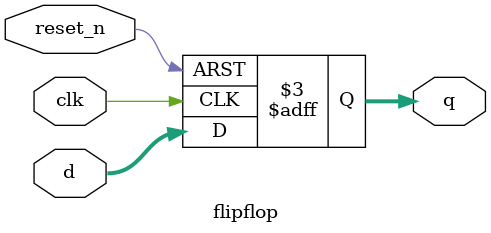
<source format=sv>
module flipflop (
    input logic clk,          // Clock
    input logic reset_n,      // Reset assíncrono ativo em nível baixo
    input logic [7:0] d,      // Entrada de dados
    output logic [7:0] q      // Saída armazenada
);

    always_ff @(posedge clk or negedge reset_n) begin
        if (!reset_n)
            q <= 8'b0;  // Resetar saída
        else
            q <= d;  // Capturar entrada
    end

endmodule
</source>
